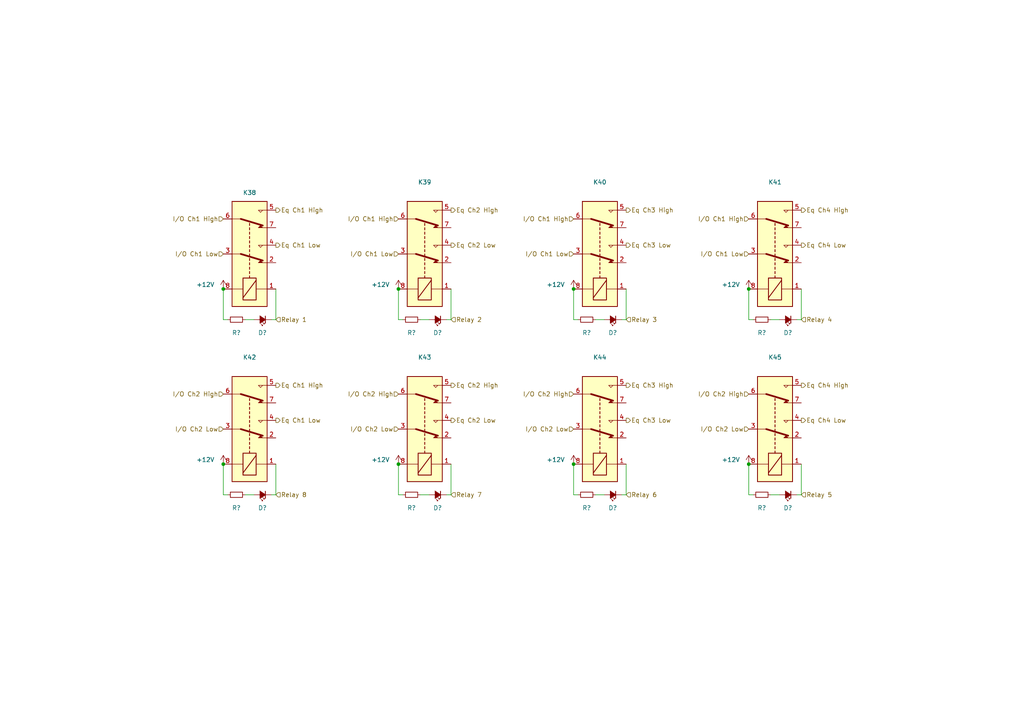
<source format=kicad_sch>
(kicad_sch (version 20211123) (generator eeschema)
  (paper "A4")
  (title_block (title "CIB PCB") (date "2022-05-26") (company "ChargePoint, Inc"))
  (lib_symbols
    (symbol "Device:LED_Small_Filled" (pin_numbers hide) (pin_names (offset 0.254) hide)
      (property "Reference" "D" (at -1.27 3.175 0))
      (property "Value" "LED_Small_Filled" (at -4.445 -2.54 0))
      (symbol "LED_Small_Filled_0_1"
        (polyline (pts (xy -0.762 -1.016) (xy -0.762 1.016)) (stroke (width 0.254)))
        (polyline (pts (xy 1.016 0) (xy -0.762 0)))
        (polyline (pts (xy 0.762 -1.016) (xy -0.762 0) (xy 0.762 1.016) (xy 0.762 -1.016)) (stroke (width 0.254)) (fill (type outline)))
        (polyline (pts (xy 0 0.762) (xy -0.508 1.27) (xy -0.254 1.27) (xy -0.508 1.27) (xy -0.508 1.016)))
        (polyline (pts (xy 0.508 1.27) (xy 0 1.778) (xy 0.254 1.778) (xy 0 1.778) (xy 0 1.524)))
      )
      (symbol "LED_Small_Filled_1_1"
        (pin passive line (at -2.54 0 0) (length 1.778) (name "K") (number "1"))
        (pin passive line (at 2.54 0 180) (length 1.778) (name "A") (number "2"))
      )
    )
    (symbol "Device:R_Small" (pin_numbers hide) (pin_names (offset 0.254) hide)
      (property "Reference" "R" (at 0.762 0.508 0))
      (property "Value" "R_Small" (at 0.762 -1.016 0))
      (symbol "R_Small_0_1"
        (rectangle (start -0.762 1.778) (end 0.762 -1.778) (stroke (width 0.2032)))
      )
      (symbol "R_Small_1_1"
        (pin passive line (at 0 2.54 270) (length 0.762) (name "~") (number "1"))
        (pin passive line (at 0 -2.54 90) (length 0.762) (name "~") (number "2"))
      )
    )
    (symbol "Relay:G2RL-2-DC24"
      (property "Reference" "RL" (at 16.51 3.81 0))
      (property "Value" "G2RL-2-DC24" (at 16.51 1.27 0))
      (symbol "G2RL-2-DC24_0_1"
        (rectangle (start -15.24 5.08) (end 15.24 -5.08) (stroke (width 0.254)) (fill (type background)))
        (rectangle (start -13.335 1.905) (end -6.985 -1.905) (stroke (width 0.254)))
        (polyline (pts (xy -12.7 -1.905) (xy -7.62 1.905)) (stroke (width 0.254)))
        (polyline (pts (xy -10.16 -5.08) (xy -10.16 -1.905)))
        (polyline (pts (xy -10.16 5.08) (xy -10.16 1.905)))
        (polyline (pts (xy -6.985 0) (xy -6.35 0)) (stroke (width 0.254)))
        (polyline (pts (xy -5.715 0) (xy -5.08 0)) (stroke (width 0.254)))
        (polyline (pts (xy -4.445 0) (xy -3.81 0)) (stroke (width 0.254)))
        (polyline (pts (xy -3.175 0) (xy -2.54 0)) (stroke (width 0.254)))
        (polyline (pts (xy -1.905 0) (xy -1.27 0)) (stroke (width 0.254)))
        (polyline (pts (xy -0.635 0) (xy 0 0)) (stroke (width 0.254)))
        (polyline (pts (xy 0 -2.54) (xy -1.905 3.81)) (stroke (width 0.508)))
        (polyline (pts (xy 0 -2.54) (xy 0 -5.08)))
        (polyline (pts (xy 0.635 0) (xy 1.27 0)) (stroke (width 0.254)))
        (polyline (pts (xy 1.905 0) (xy 2.54 0)) (stroke (width 0.254)))
        (polyline (pts (xy 3.175 0) (xy 3.81 0)) (stroke (width 0.254)))
        (polyline (pts (xy 4.445 0) (xy 5.08 0)) (stroke (width 0.254)))
        (polyline (pts (xy 5.715 0) (xy 6.35 0)) (stroke (width 0.254)))
        (polyline (pts (xy 6.985 0) (xy 7.62 0)) (stroke (width 0.254)))
        (polyline (pts (xy 8.255 0) (xy 8.89 0)) (stroke (width 0.254)))
        (polyline (pts (xy 10.16 -2.54) (xy 8.255 3.81)) (stroke (width 0.508)))
        (polyline (pts (xy 10.16 -2.54) (xy 10.16 -5.08)))
        (polyline (pts (xy -2.54 5.08) (xy -2.54 2.54) (xy -1.905 3.175) (xy -2.54 3.81)) (fill (type outline)))
        (polyline (pts (xy 2.54 5.08) (xy 2.54 2.54) (xy 1.905 3.175) (xy 2.54 3.81)))
        (polyline (pts (xy 7.62 5.08) (xy 7.62 2.54) (xy 8.255 3.175) (xy 7.62 3.81)) (fill (type outline)))
        (polyline (pts (xy 12.7 5.08) (xy 12.7 2.54) (xy 12.065 3.175) (xy 12.7 3.81)))
      )
      (symbol "G2RL-2-DC24_1_1"
        (pin passive line (at -10.16 7.62 270) (length 2.54) (name "~") (number "1"))
        (pin passive line (at -2.54 7.62 270) (length 2.54) (name "~") (number "2"))
        (pin passive line (at 0 -7.62 90) (length 2.54) (name "~") (number "3"))
        (pin passive line (at 2.54 7.62 270) (length 2.54) (name "~") (number "4"))
        (pin passive line (at 12.7 7.62 270) (length 2.54) (name "~") (number "5"))
        (pin passive line (at 10.16 -7.62 90) (length 2.54) (name "~") (number "6"))
        (pin passive line (at 7.62 7.62 270) (length 2.54) (name "~") (number "7"))
        (pin passive line (at -10.16 -7.62 90) (length 2.54) (name "~") (number "8"))
      )
    )
    (symbol "power:+12V" (power) (pin_names (offset 0))
      (property "Value" "+12V" (at 0 3.556 0))
      (symbol "+12V_0_1"
        (polyline (pts (xy -0.762 1.27) (xy 0 2.54)))
        (polyline (pts (xy 0 0) (xy 0 2.54)))
        (polyline (pts (xy 0 2.54) (xy 0.762 1.27)))
      )
      (symbol "+12V_1_1"
        (pin power_in line (at 0 0 90) (length 0) hide (name "+12V") (number "1"))
      )
    )
  )
  (junction (at 166.37 83.82))
  (junction (at 115.57 83.82))
  (junction (at 64.77 83.82))
  (junction (at 217.17 134.62))
  (junction (at 115.57 134.62))
  (junction (at 166.37 134.62))
  (junction (at 217.17 83.82))
  (junction (at 64.77 134.62))
  (wire (pts (xy 232.41 143.51) (xy 231.14 143.51)))
  (wire (pts (xy 172.72 143.51) (xy 175.26 143.51)))
  (wire (pts (xy 166.37 143.51) (xy 166.37 134.62)))
  (wire (pts (xy 115.57 143.51) (xy 115.57 134.62)))
  (wire (pts (xy 181.61 92.71) (xy 181.61 83.82)))
  (wire (pts (xy 217.17 92.71) (xy 217.17 83.82)))
  (wire (pts (xy 71.12 143.51) (xy 73.66 143.51)))
  (wire (pts (xy 223.52 143.51) (xy 226.06 143.51)))
  (wire (pts (xy 167.64 143.51) (xy 166.37 143.51)))
  (wire (pts (xy 217.17 143.51) (xy 217.17 134.62)))
  (wire (pts (xy 172.72 92.71) (xy 175.26 92.71)))
  (wire (pts (xy 80.01 143.51) (xy 78.74 143.51)))
  (wire (pts (xy 232.41 92.71) (xy 232.41 83.82)))
  (wire (pts (xy 66.04 92.71) (xy 64.77 92.71)))
  (wire (pts (xy 130.81 143.51) (xy 130.81 134.62)))
  (wire (pts (xy 116.84 92.71) (xy 115.57 92.71)))
  (wire (pts (xy 130.81 143.51) (xy 129.54 143.51)))
  (wire (pts (xy 80.01 83.82) (xy 80.01 92.71)))
  (wire (pts (xy 166.37 92.71) (xy 166.37 83.82)))
  (wire (pts (xy 64.77 143.51) (xy 64.77 134.62)))
  (wire (pts (xy 181.61 143.51) (xy 181.61 134.62)))
  (wire (pts (xy 130.81 92.71) (xy 129.54 92.71)))
  (wire (pts (xy 64.77 92.71) (xy 64.77 83.82)))
  (wire (pts (xy 80.01 143.51) (xy 80.01 134.62)))
  (wire (pts (xy 223.52 92.71) (xy 226.06 92.71)))
  (wire (pts (xy 116.84 143.51) (xy 115.57 143.51)))
  (wire (pts (xy 121.92 92.71) (xy 124.46 92.71)))
  (wire (pts (xy 121.92 143.51) (xy 124.46 143.51)))
  (wire (pts (xy 71.12 92.71) (xy 73.66 92.71)))
  (wire (pts (xy 232.41 92.71) (xy 231.14 92.71)))
  (wire (pts (xy 232.41 143.51) (xy 232.41 134.62)))
  (wire (pts (xy 80.01 92.71) (xy 78.74 92.71)))
  (wire (pts (xy 66.04 143.51) (xy 64.77 143.51)))
  (wire (pts (xy 218.44 143.51) (xy 217.17 143.51)))
  (wire (pts (xy 130.81 92.71) (xy 130.81 83.82)))
  (wire (pts (xy 115.57 92.71) (xy 115.57 83.82)))
  (wire (pts (xy 218.44 92.71) (xy 217.17 92.71)))
  (wire (pts (xy 181.61 92.71) (xy 180.34 92.71)))
  (wire (pts (xy 167.64 92.71) (xy 166.37 92.71)))
  (wire (pts (xy 181.61 143.51) (xy 180.34 143.51)))
  (hierarchical_label "Eq Ch4 Low" (shape output) (at 232.41 121.92 0))
  (hierarchical_label "I{slash}O Ch1 High" (shape input) (at 166.37 63.5 180))
  (hierarchical_label "Relay 2" (shape input) (at 130.81 92.71 0))
  (hierarchical_label "I{slash}O Ch1 Low" (shape input) (at 166.37 73.66 180))
  (hierarchical_label "Relay 7" (shape input) (at 130.81 143.51 0))
  (hierarchical_label "Eq Ch1 Low" (shape output) (at 80.01 71.12 0))
  (hierarchical_label "Eq Ch4 High" (shape output) (at 232.41 60.96 0))
  (hierarchical_label "I{slash}O Ch2 Low" (shape input) (at 166.37 124.46 180))
  (hierarchical_label "Eq Ch3 Low" (shape output) (at 181.61 121.92 0))
  (hierarchical_label "I{slash}O Ch1 Low" (shape input) (at 64.77 73.66 180))
  (hierarchical_label "Relay 3" (shape input) (at 181.61 92.71 0))
  (hierarchical_label "Eq Ch2 High" (shape output) (at 130.81 111.76 0))
  (hierarchical_label "I{slash}O Ch2 Low" (shape input) (at 115.57 124.46 180))
  (hierarchical_label "Eq Ch1 High" (shape output) (at 80.01 60.96 0))
  (hierarchical_label "Relay 1" (shape input) (at 80.01 92.71 0))
  (hierarchical_label "Relay 5" (shape input) (at 232.41 143.51 0))
  (hierarchical_label "I{slash}O Ch1 High" (shape input) (at 115.57 63.5 180))
  (hierarchical_label "Eq Ch4 High" (shape output) (at 232.41 111.76 0))
  (hierarchical_label "I{slash}O Ch2 Low" (shape input) (at 64.77 124.46 180))
  (hierarchical_label "Relay 8" (shape input) (at 80.01 143.51 0))
  (hierarchical_label "Relay 6" (shape input) (at 181.61 143.51 0))
  (hierarchical_label "I{slash}O Ch1 Low" (shape input) (at 115.57 73.66 180))
  (hierarchical_label "Eq Ch3 High" (shape output) (at 181.61 111.76 0))
  (hierarchical_label "Eq Ch1 Low" (shape output) (at 80.01 121.92 0))
  (hierarchical_label "Eq Ch2 Low" (shape output) (at 130.81 71.12 0))
  (hierarchical_label "I{slash}O Ch1 High" (shape input) (at 64.77 63.5 180))
  (hierarchical_label "I{slash}O Ch1 Low" (shape input) (at 217.17 73.66 180))
  (hierarchical_label "Eq Ch2 Low" (shape output) (at 130.81 121.92 0))
  (hierarchical_label "Relay 4" (shape input) (at 232.41 92.71 0))
  (hierarchical_label "Eq Ch3 High" (shape output) (at 181.61 60.96 0))
  (hierarchical_label "Eq Ch1 High" (shape output) (at 80.01 111.76 0))
  (hierarchical_label "Eq Ch3 Low" (shape output) (at 181.61 71.12 0))
  (hierarchical_label "Eq Ch2 High" (shape output) (at 130.81 60.96 0))
  (hierarchical_label "I{slash}O Ch2 Low" (shape input) (at 217.17 124.46 180))
  (hierarchical_label "I{slash}O Ch2 High" (shape input) (at 64.77 114.3 180))
  (hierarchical_label "I{slash}O Ch1 High" (shape input) (at 217.17 63.5 180))
  (hierarchical_label "I{slash}O Ch2 High" (shape input) (at 115.57 114.3 180))
  (hierarchical_label "I{slash}O Ch2 High" (shape input) (at 166.37 114.3 180))
  (hierarchical_label "Eq Ch4 Low" (shape output) (at 232.41 71.12 0))
  (hierarchical_label "I{slash}O Ch2 High" (shape input) (at 217.17 114.3 180))
  (symbol (lib_id "power:+12V") (at 115.57 134.62 0) (unit 1)
    (property "Reference" "#PWR?" (effects hide))
  )
  (symbol (lib_id "Device:R_Small") (at 119.38 143.51 90) (unit 1)
    (property "Reference" "R?" (at 119.38 147.32 90))
    (property "Datasheet" "https://industrial.panasonic.com/ww/products/pt/general-purpose-chip-resistors/models/ERJ6GEYJ681V" (effects hide))
    (property "Manufacturer" "Panasonic Electronics Company" (effects hide))
  )
  (symbol (lib_id "power:+12V") (at 217.17 134.62 0) (unit 1)
    (property "Reference" "#PWR?" (effects hide))
  )
  (symbol (lib_id "power:+12V") (at 217.17 83.82 0) (unit 1)
    (property "Reference" "#PWR?" (effects hide))
  )
  (symbol (lib_id "Relay:G2RL-2-DC24") (at 224.79 73.66 270) (mirror x) (unit 1)
    (property "Reference" "K41" (at 224.79 52.832 90))
    (property "Datasheet" "https://components.omron.com/us-en/datasheet_pdf/J117-E1.pdf" (effects hide))
    (property "DigiKey #" "Z4267-ND or Z3088-ND" (effects hide))
    (property "Manufacture" "Omron Electronics Inc-EMC Div" (effects hide))
    (property "Manufacturer #" "G2RL2ADC12BYOMB or G2RL24CFDC12" (effects hide))
  )
  (symbol (lib_id "Device:R_Small") (at 220.98 143.51 90) (unit 1)
    (property "Reference" "R?" (at 220.98 147.32 90))
    (property "Datasheet" "https://industrial.panasonic.com/ww/products/pt/general-purpose-chip-resistors/models/ERJ6GEYJ681V" (effects hide))
    (property "Manufacturer" "Panasonic Electronics Company" (effects hide))
  )
  (symbol (lib_id "Device:LED_Small_Filled") (at 127 143.51 180) (unit 1)
    (property "Reference" "D?" (at 126.9365 147.32 0))
    (property "Datasheet" "https://www.we-online.com/katalog/datasheet/150080VS75000.pdf" (effects hide))
    (property "DigiKey #" "732-4986-1-ND" (effects hide))
    (property "Manufacturer #" "150080VS75000" (effects hide))
    (property "Manufacturer" "Würth Elektronik" (effects hide))
    (property "Farnell #" "2322081" (effects hide))
    (property "Mouser #" "710-150080VS75000" (effects hide))
    (property "RS #" "8154237P" (effects hide))
  )
  (symbol (lib_id "power:+12V") (at 64.77 134.62 0) (unit 1)
    (property "Reference" "#PWR?" (effects hide))
  )
  (symbol (lib_id "Device:LED_Small_Filled") (at 127 92.71 180) (unit 1)
    (property "Reference" "D?" (at 126.9365 96.52 0))
    (property "Datasheet" "https://www.we-online.com/katalog/datasheet/150080VS75000.pdf" (effects hide))
    (property "DigiKey #" "732-4986-1-ND" (effects hide))
    (property "Manufacturer #" "150080VS75000" (effects hide))
    (property "Manufacturer" "Würth Elektronik" (effects hide))
    (property "Farnell #" "2322081" (effects hide))
    (property "Mouser #" "710-150080VS75000" (effects hide))
    (property "RS #" "8154237P" (effects hide))
  )
  (symbol (lib_id "Device:LED_Small_Filled") (at 228.6 92.71 180) (unit 1)
    (property "Reference" "D?" (at 228.5365 96.52 0))
    (property "Datasheet" "https://www.we-online.com/katalog/datasheet/150080VS75000.pdf" (effects hide))
    (property "DigiKey #" "732-4986-1-ND" (effects hide))
    (property "Manufacturer #" "150080VS75000" (effects hide))
    (property "Manufacturer" "Würth Elektronik" (effects hide))
    (property "Farnell #" "2322081" (effects hide))
    (property "Mouser #" "710-150080VS75000" (effects hide))
    (property "RS #" "8154237P" (effects hide))
  )
  (symbol (lib_id "Relay:G2RL-2-DC24") (at 123.19 73.66 270) (mirror x) (unit 1)
    (property "Reference" "K39" (at 123.19 52.832 90))
    (property "Datasheet" "https://components.omron.com/us-en/datasheet_pdf/J117-E1.pdf" (effects hide))
    (property "DigiKey #" "Z4267-ND or Z3088-ND" (effects hide))
    (property "Manufacture" "Omron Electronics Inc-EMC Div" (effects hide))
    (property "Manufacturer #" "G2RL2ADC12BYOMB or G2RL24CFDC12" (effects hide))
  )
  (symbol (lib_id "power:+12V") (at 115.57 83.82 0) (unit 1)
    (property "Reference" "#PWR?" (effects hide))
  )
  (symbol (lib_id "Device:R_Small") (at 68.58 143.51 90) (unit 1)
    (property "Reference" "R?" (at 68.58 147.32 90))
    (property "Datasheet" "https://industrial.panasonic.com/ww/products/pt/general-purpose-chip-resistors/models/ERJ6GEYJ681V" (effects hide))
    (property "Manufacturer" "Panasonic Electronics Company" (effects hide))
  )
  (symbol (lib_id "Device:R_Small") (at 68.58 92.71 90) (unit 1)
    (property "Reference" "R?" (at 68.58 96.52 90))
    (property "Datasheet" "https://industrial.panasonic.com/ww/products/pt/general-purpose-chip-resistors/models/ERJ6GEYJ681V" (effects hide))
    (property "Manufacturer" "Panasonic Electronics Company" (effects hide))
  )
  (symbol (lib_id "Relay:G2RL-2-DC24") (at 72.39 73.66 270) (mirror x) (unit 1)
    (property "Reference" "K38" (at 72.39 55.88 90))
    (property "Datasheet" "https://omronfs.omron.com/en_US/ecb/products/pdf/en-g6k.pdf" (effects hide))
    (property "DigiKey #" "Z117-ND" (effects hide))
    (property "Manufacture" "Omron Electronics Inc-EMC Div" (effects hide))
    (property "Manufacturer #" "G6K-2P DC12" (effects hide))
  )
  (symbol (lib_id "Device:R_Small") (at 119.38 92.71 90) (unit 1)
    (property "Reference" "R?" (at 119.38 96.52 90))
    (property "Datasheet" "https://industrial.panasonic.com/ww/products/pt/general-purpose-chip-resistors/models/ERJ6GEYJ681V" (effects hide))
    (property "Manufacturer" "Panasonic Electronics Company" (effects hide))
  )
  (symbol (lib_id "Relay:G2RL-2-DC24") (at 123.19 124.46 270) (mirror x) (unit 1)
    (property "Reference" "K43" (at 123.19 103.632 90))
    (property "Datasheet" "https://components.omron.com/us-en/datasheet_pdf/J117-E1.pdf" (effects hide))
    (property "DigiKey #" "Z4267-ND or Z3088-ND" (effects hide))
    (property "Manufacture" "Omron Electronics Inc-EMC Div" (effects hide))
    (property "Manufacturer #" "G2RL2ADC12BYOMB or G2RL24CFDC12" (effects hide))
  )
  (symbol (lib_id "power:+12V") (at 166.37 134.62 0) (unit 1)
    (property "Reference" "#PWR?" (effects hide))
  )
  (symbol (lib_id "Device:R_Small") (at 170.18 92.71 90) (unit 1)
    (property "Reference" "R?" (at 170.18 96.52 90))
    (property "Datasheet" "https://industrial.panasonic.com/ww/products/pt/general-purpose-chip-resistors/models/ERJ6GEYJ681V" (effects hide))
    (property "Manufacturer" "Panasonic Electronics Company" (effects hide))
  )
  (symbol (lib_id "Device:LED_Small_Filled") (at 76.2 143.51 180) (unit 1)
    (property "Reference" "D?" (at 76.1365 147.32 0))
    (property "Datasheet" "https://www.we-online.com/katalog/datasheet/150080VS75000.pdf" (effects hide))
    (property "DigiKey #" "732-4986-1-ND" (effects hide))
    (property "Manufacturer #" "150080VS75000" (effects hide))
    (property "Manufacturer" "Würth Elektronik" (effects hide))
    (property "Farnell #" "2322081" (effects hide))
    (property "Mouser #" "710-150080VS75000" (effects hide))
    (property "RS #" "8154237P" (effects hide))
  )
  (symbol (lib_id "Device:LED_Small_Filled") (at 177.8 92.71 180) (unit 1)
    (property "Reference" "D?" (at 177.7365 96.52 0))
    (property "Datasheet" "https://www.we-online.com/katalog/datasheet/150080VS75000.pdf" (effects hide))
    (property "DigiKey #" "732-4986-1-ND" (effects hide))
    (property "Manufacturer #" "150080VS75000" (effects hide))
    (property "Manufacturer" "Würth Elektronik" (effects hide))
    (property "Farnell #" "2322081" (effects hide))
    (property "Mouser #" "710-150080VS75000" (effects hide))
    (property "RS #" "8154237P" (effects hide))
  )
  (symbol (lib_id "power:+12V") (at 166.37 83.82 0) (unit 1)
    (property "Reference" "#PWR?" (effects hide))
  )
  (symbol (lib_id "Relay:G2RL-2-DC24") (at 173.99 73.66 270) (mirror x) (unit 1)
    (property "Reference" "K40" (at 173.99 52.832 90))
    (property "Datasheet" "https://components.omron.com/us-en/datasheet_pdf/J117-E1.pdf" (effects hide))
    (property "DigiKey #" "Z4267-ND or Z3088-ND" (effects hide))
    (property "Manufacture" "Omron Electronics Inc-EMC Div" (effects hide))
    (property "Manufacturer #" "G2RL2ADC12BYOMB or G2RL24CFDC12" (effects hide))
  )
  (symbol (lib_id "Device:LED_Small_Filled") (at 177.8 143.51 180) (unit 1)
    (property "Reference" "D?" (at 177.7365 147.32 0))
    (property "Datasheet" "https://www.we-online.com/katalog/datasheet/150080VS75000.pdf" (effects hide))
    (property "DigiKey #" "732-4986-1-ND" (effects hide))
    (property "Manufacturer #" "150080VS75000" (effects hide))
    (property "Manufacturer" "Würth Elektronik" (effects hide))
    (property "Farnell #" "2322081" (effects hide))
    (property "Mouser #" "710-150080VS75000" (effects hide))
    (property "RS #" "8154237P" (effects hide))
  )
  (symbol (lib_id "power:+12V") (at 64.77 83.82 0) (unit 1)
    (property "Reference" "#PWR?" (effects hide))
  )
  (symbol (lib_id "Relay:G2RL-2-DC24") (at 224.79 124.46 270) (mirror x) (unit 1)
    (property "Reference" "K45" (at 224.79 103.632 90))
    (property "Datasheet" "https://components.omron.com/us-en/datasheet_pdf/J117-E1.pdf" (effects hide))
    (property "DigiKey #" "Z4267-ND or Z3088-ND" (effects hide))
    (property "Manufacture" "Omron Electronics Inc-EMC Div" (effects hide))
    (property "Manufacturer #" "G2RL2ADC12BYOMB or G2RL24CFDC12" (effects hide))
  )
  (symbol (lib_id "Device:R_Small") (at 170.18 143.51 90) (unit 1)
    (property "Reference" "R?" (at 170.18 147.32 90))
    (property "Datasheet" "https://industrial.panasonic.com/ww/products/pt/general-purpose-chip-resistors/models/ERJ6GEYJ681V" (effects hide))
    (property "Manufacturer" "Panasonic Electronics Company" (effects hide))
  )
  (symbol (lib_id "Device:R_Small") (at 220.98 92.71 90) (unit 1)
    (property "Reference" "R?" (at 220.98 96.52 90))
    (property "Datasheet" "https://industrial.panasonic.com/ww/products/pt/general-purpose-chip-resistors/models/ERJ6GEYJ681V" (effects hide))
    (property "Manufacturer" "Panasonic Electronics Company" (effects hide))
  )
  (symbol (lib_id "Device:LED_Small_Filled") (at 228.6 143.51 180) (unit 1)
    (property "Reference" "D?" (at 228.5365 147.32 0))
    (property "Datasheet" "https://www.we-online.com/katalog/datasheet/150080VS75000.pdf" (effects hide))
    (property "DigiKey #" "732-4986-1-ND" (effects hide))
    (property "Manufacturer #" "150080VS75000" (effects hide))
    (property "Manufacturer" "Würth Elektronik" (effects hide))
    (property "Farnell #" "2322081" (effects hide))
    (property "Mouser #" "710-150080VS75000" (effects hide))
    (property "RS #" "8154237P" (effects hide))
  )
  (symbol (lib_id "Device:LED_Small_Filled") (at 76.2 92.71 180) (unit 1)
    (property "Reference" "D?" (at 76.1365 96.52 0))
    (property "Datasheet" "https://www.we-online.com/katalog/datasheet/150080VS75000.pdf" (effects hide))
    (property "DigiKey #" "732-4986-1-ND" (effects hide))
    (property "Manufacturer #" "150080VS75000" (effects hide))
    (property "Manufacturer" "Würth Elektronik" (effects hide))
    (property "Farnell #" "2322081" (effects hide))
    (property "Mouser #" "710-150080VS75000" (effects hide))
    (property "RS #" "8154237P" (effects hide))
  )
  (symbol (lib_id "Relay:G2RL-2-DC24") (at 173.99 124.46 270) (mirror x) (unit 1)
    (property "Reference" "K44" (at 173.99 103.632 90))
    (property "Datasheet" "https://components.omron.com/us-en/datasheet_pdf/J117-E1.pdf" (effects hide))
    (property "DigiKey #" "Z4267-ND or Z3088-ND" (effects hide))
    (property "Manufacture" "Omron Electronics Inc-EMC Div" (effects hide))
    (property "Manufacturer #" "G2RL2ADC12BYOMB or G2RL24CFDC12" (effects hide))
  )
  (symbol (lib_id "Relay:G2RL-2-DC24") (at 72.39 124.46 270) (mirror x) (unit 1)
    (property "Reference" "K42" (at 72.39 103.632 90))
    (property "Datasheet" "https://components.omron.com/us-en/datasheet_pdf/J117-E1.pdf" (effects hide))
    (property "DigiKey #" "Z4267-ND or Z3088-ND" (effects hide))
    (property "Manufacture" "Omron Electronics Inc-EMC Div" (effects hide))
    (property "Manufacturer #" "G2RL2ADC12BYOMB or G2RL24CFDC12" (effects hide))
  )
)
</source>
